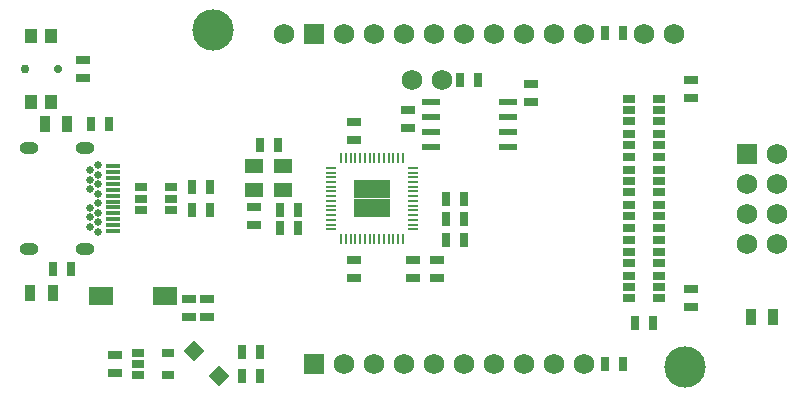
<source format=gbr>
%TF.GenerationSoftware,KiCad,Pcbnew,6.0.0*%
%TF.CreationDate,2022-09-17T11:35:23+02:00*%
%TF.ProjectId,cowprobe-rp,636f7770-726f-4626-952d-72702e6b6963,1*%
%TF.SameCoordinates,Original*%
%TF.FileFunction,Soldermask,Top*%
%TF.FilePolarity,Negative*%
%FSLAX46Y46*%
G04 Gerber Fmt 4.6, Leading zero omitted, Abs format (unit mm)*
G04 Created by KiCad (PCBNEW 6.0.0) date 2022-09-17 11:35:23*
%MOMM*%
%LPD*%
G01*
G04 APERTURE LIST*
G04 Aperture macros list*
%AMRotRect*
0 Rectangle, with rotation*
0 The origin of the aperture is its center*
0 $1 length*
0 $2 width*
0 $3 Rotation angle, in degrees counterclockwise*
0 Add horizontal line*
21,1,$1,$2,0,0,$3*%
G04 Aperture macros list end*
%ADD10R,1.000760X0.701040*%
%ADD11R,1.143000X0.635000*%
%ADD12C,1.750000*%
%ADD13R,0.635000X1.143000*%
%ADD14R,0.200000X0.875000*%
%ADD15R,0.875000X0.200000*%
%ADD16R,1.600000X1.600000*%
%ADD17R,1.750000X1.750000*%
%ADD18R,1.600000X0.550000*%
%ADD19R,1.500000X1.200000*%
%ADD20R,0.889000X1.397000*%
%ADD21R,1.200000X0.300000*%
%ADD22C,0.650000*%
%ADD23O,1.600000X1.000000*%
%ADD24C,3.500000*%
%ADD25C,0.750000*%
%ADD26C,0.700000*%
%ADD27R,1.000000X1.200000*%
%ADD28R,2.000000X1.500000*%
%ADD29RotRect,1.300000X1.300000X45.000000*%
G04 APERTURE END LIST*
D10*
%TO.C,U2*%
X122230000Y-118047500D03*
X122230000Y-119000000D03*
X122230000Y-119952500D03*
X124770000Y-119952500D03*
X124770000Y-118047500D03*
%TD*%
D11*
%TO.C,C7*%
X169000000Y-112688000D03*
X169000000Y-114212000D03*
%TD*%
D12*
%TO.C,SW3*%
X145380000Y-95000000D03*
X147920000Y-95000000D03*
%TD*%
D13*
%TO.C,C4*%
X130988000Y-120000000D03*
X132512000Y-120000000D03*
%TD*%
%TO.C,R4*%
X126738000Y-104000000D03*
X128262000Y-104000000D03*
%TD*%
%TO.C,C21*%
X134012000Y-100500000D03*
X132488000Y-100500000D03*
%TD*%
D14*
%TO.C,U1*%
X144600000Y-101550000D03*
X144200000Y-101550000D03*
X143800000Y-101550000D03*
X143400000Y-101550000D03*
X143000000Y-101550000D03*
X142600000Y-101550000D03*
X142200000Y-101550000D03*
X141800000Y-101550000D03*
X141400000Y-101550000D03*
X141000000Y-101550000D03*
X140600000Y-101550000D03*
X140200000Y-101550000D03*
X139800000Y-101550000D03*
X139400000Y-101550000D03*
D15*
X138550000Y-102400000D03*
X138550000Y-102800000D03*
X138550000Y-103200000D03*
X138550000Y-103600000D03*
X138550000Y-104000000D03*
X138550000Y-104400000D03*
X138550000Y-104800000D03*
X138550000Y-105200000D03*
X138550000Y-105600000D03*
X138550000Y-106000000D03*
X138550000Y-106400000D03*
X138550000Y-106800000D03*
X138550000Y-107200000D03*
X138550000Y-107600000D03*
D14*
X139400000Y-108450000D03*
X139800000Y-108450000D03*
X140200000Y-108450000D03*
X140600000Y-108450000D03*
X141000000Y-108450000D03*
X141400000Y-108450000D03*
X141800000Y-108450000D03*
X142200000Y-108450000D03*
X142600000Y-108450000D03*
X143000000Y-108450000D03*
X143400000Y-108450000D03*
X143800000Y-108450000D03*
X144200000Y-108450000D03*
X144600000Y-108450000D03*
D15*
X145450000Y-107600000D03*
X145450000Y-107200000D03*
X145450000Y-106800000D03*
X145450000Y-106400000D03*
X145450000Y-106000000D03*
X145450000Y-105600000D03*
X145450000Y-105200000D03*
X145450000Y-104800000D03*
X145450000Y-104400000D03*
X145450000Y-104000000D03*
X145450000Y-103600000D03*
X145450000Y-103200000D03*
X145450000Y-102800000D03*
X145450000Y-102400000D03*
D16*
X141200000Y-104200000D03*
X142800000Y-104200000D03*
X141200000Y-105800000D03*
X142800000Y-105800000D03*
%TD*%
D11*
%TO.C,C13*%
X145050000Y-99012000D03*
X145050000Y-97488000D03*
%TD*%
D10*
%TO.C,U7*%
X163730000Y-96547500D03*
X163730000Y-97500000D03*
X163730000Y-98452500D03*
X166270000Y-98452500D03*
X166270000Y-97500000D03*
X166270000Y-96547500D03*
%TD*%
D13*
%TO.C,C26*%
X161738000Y-119000000D03*
X163262000Y-119000000D03*
%TD*%
D10*
%TO.C,U8*%
X163730000Y-99547500D03*
X163730000Y-100500000D03*
X163730000Y-101452500D03*
X166270000Y-101452500D03*
X166270000Y-100500000D03*
X166270000Y-99547500D03*
%TD*%
D17*
%TO.C,P4*%
X137070000Y-118970000D03*
D12*
X139610000Y-118970000D03*
X142150000Y-118970000D03*
X144690000Y-118970000D03*
X147230000Y-118970000D03*
X149770000Y-118970000D03*
X152310000Y-118970000D03*
X154850000Y-118970000D03*
X157390000Y-118970000D03*
X159930000Y-118970000D03*
%TD*%
D18*
%TO.C,U9*%
X147000000Y-96845000D03*
X147000000Y-98115000D03*
X147000000Y-99385000D03*
X147000000Y-100655000D03*
X153500000Y-100655000D03*
X153500000Y-99385000D03*
X153500000Y-98115000D03*
X153500000Y-96845000D03*
%TD*%
D13*
%TO.C,R2*%
X151012000Y-95000000D03*
X149488000Y-95000000D03*
%TD*%
D17*
%TO.C,P3*%
X137070000Y-91030000D03*
D12*
X139610000Y-91030000D03*
X142150000Y-91030000D03*
X144690000Y-91030000D03*
X147230000Y-91030000D03*
X149770000Y-91030000D03*
X152310000Y-91030000D03*
X154850000Y-91030000D03*
X157390000Y-91030000D03*
X159930000Y-91030000D03*
%TD*%
D19*
%TO.C,X1*%
X134500000Y-102250000D03*
X132000000Y-102250000D03*
X132000000Y-104250000D03*
X134500000Y-104250000D03*
%TD*%
D13*
%TO.C,L2*%
X164238000Y-115500000D03*
X165762000Y-115500000D03*
%TD*%
D17*
%TO.C,P2*%
X173730000Y-101190000D03*
D12*
X176270000Y-101190000D03*
X173730000Y-103730000D03*
X176270000Y-103730000D03*
X173730000Y-106270000D03*
X176270000Y-106270000D03*
X173730000Y-108810000D03*
X176270000Y-108810000D03*
%TD*%
D11*
%TO.C,C17*%
X145500000Y-110238000D03*
X145500000Y-111762000D03*
%TD*%
D20*
%TO.C,D2*%
X114297500Y-98650000D03*
X116202500Y-98650000D03*
%TD*%
D13*
%TO.C,C10*%
X148238000Y-108500000D03*
X149762000Y-108500000D03*
%TD*%
%TO.C,C2*%
X114988000Y-111000000D03*
X116512000Y-111000000D03*
%TD*%
D11*
%TO.C,C18*%
X147500000Y-110238000D03*
X147500000Y-111762000D03*
%TD*%
D13*
%TO.C,C15*%
X135762000Y-106000000D03*
X134238000Y-106000000D03*
%TD*%
D11*
%TO.C,C23*%
X126500000Y-113488000D03*
X126500000Y-115012000D03*
%TD*%
D12*
%TO.C,P6*%
X165010000Y-91030000D03*
X167550000Y-91030000D03*
%TD*%
D13*
%TO.C,C25*%
X161738000Y-91000000D03*
X163262000Y-91000000D03*
%TD*%
D10*
%TO.C,U3*%
X163730000Y-105547500D03*
X163730000Y-106500000D03*
X163730000Y-107452500D03*
X166270000Y-107452500D03*
X166270000Y-106500000D03*
X166270000Y-105547500D03*
%TD*%
%TO.C,U6*%
X163730000Y-108547500D03*
X163730000Y-109500000D03*
X163730000Y-110452500D03*
X166270000Y-110452500D03*
X166270000Y-109500000D03*
X166270000Y-108547500D03*
%TD*%
D21*
%TO.C,P1*%
X120060000Y-102250000D03*
X120060000Y-102750000D03*
X120060000Y-103250000D03*
X120060000Y-103750000D03*
X120060000Y-104250000D03*
X120060000Y-104750000D03*
X120060000Y-105250000D03*
X120060000Y-105750000D03*
X120060000Y-106250000D03*
X120060000Y-106750000D03*
X120060000Y-107250000D03*
X120060000Y-107750000D03*
D22*
X118760000Y-107800000D03*
X118110000Y-107400000D03*
X118110000Y-106600000D03*
X118760000Y-106200000D03*
X118110000Y-105800000D03*
X118760000Y-105400000D03*
X118760000Y-104600000D03*
X118110000Y-104200000D03*
X118760000Y-103800000D03*
X118110000Y-103400000D03*
X118110000Y-102600000D03*
X118760000Y-102200000D03*
X118760000Y-107000000D03*
X118760000Y-103000000D03*
D23*
X112930000Y-109270000D03*
X112930000Y-100730000D03*
X117660000Y-109270000D03*
X117660000Y-100730000D03*
%TD*%
D13*
%TO.C,C5*%
X130988000Y-118000000D03*
X132512000Y-118000000D03*
%TD*%
%TO.C,C12*%
X148238000Y-105000000D03*
X149762000Y-105000000D03*
%TD*%
D20*
%TO.C,C9*%
X174047500Y-115000000D03*
X175952500Y-115000000D03*
%TD*%
D24*
%TO.C,FIX1*%
X128500000Y-90750000D03*
%TD*%
D10*
%TO.C,U5*%
X163730000Y-111547500D03*
X163730000Y-112500000D03*
X163730000Y-113452500D03*
X166270000Y-113452500D03*
X166270000Y-112500000D03*
X166270000Y-111547500D03*
%TD*%
D11*
%TO.C,C20*%
X155500000Y-96862000D03*
X155500000Y-95338000D03*
%TD*%
D25*
%TO.C,SW1*%
X112625000Y-94000000D03*
D26*
X115375000Y-94000000D03*
D27*
X114850000Y-91200000D03*
X114850000Y-96800000D03*
X113150000Y-91200000D03*
X113150000Y-96800000D03*
%TD*%
D20*
%TO.C,C1*%
X114952500Y-113000000D03*
X113047500Y-113000000D03*
%TD*%
D11*
%TO.C,C8*%
X169000000Y-96512000D03*
X169000000Y-94988000D03*
%TD*%
D24*
%TO.C,FIX2*%
X168500000Y-119250000D03*
%TD*%
D28*
%TO.C,SW2*%
X119050000Y-113250000D03*
X124450000Y-113250000D03*
%TD*%
D29*
%TO.C,L1*%
X126940000Y-117940000D03*
X129060000Y-120060000D03*
%TD*%
D10*
%TO.C,U4*%
X163730000Y-102547500D03*
X163730000Y-103500000D03*
X163730000Y-104452500D03*
X166270000Y-104452500D03*
X166270000Y-103500000D03*
X166270000Y-102547500D03*
%TD*%
D11*
%TO.C,R1*%
X128000000Y-115012000D03*
X128000000Y-113488000D03*
%TD*%
%TO.C,C16*%
X140500000Y-110238000D03*
X140500000Y-111762000D03*
%TD*%
D13*
%TO.C,C19*%
X148238000Y-106750000D03*
X149762000Y-106750000D03*
%TD*%
%TO.C,R3*%
X126738000Y-106000000D03*
X128262000Y-106000000D03*
%TD*%
D11*
%TO.C,C22*%
X132000000Y-105738000D03*
X132000000Y-107262000D03*
%TD*%
D13*
%TO.C,R5*%
X118238000Y-98650000D03*
X119762000Y-98650000D03*
%TD*%
D11*
%TO.C,C3*%
X120250000Y-118238000D03*
X120250000Y-119762000D03*
%TD*%
%TO.C,C24*%
X117500000Y-94762000D03*
X117500000Y-93238000D03*
%TD*%
%TO.C,C14*%
X140500000Y-100012000D03*
X140500000Y-98488000D03*
%TD*%
D10*
%TO.C,D1*%
X125020000Y-105952500D03*
X125020000Y-105000000D03*
X125020000Y-104047500D03*
X122480000Y-104047500D03*
X122480000Y-105000000D03*
X122480000Y-105952500D03*
%TD*%
D12*
%TO.C,P5*%
X134540000Y-91030000D03*
%TD*%
D13*
%TO.C,C11*%
X135762000Y-107500000D03*
X134238000Y-107500000D03*
%TD*%
M02*

</source>
